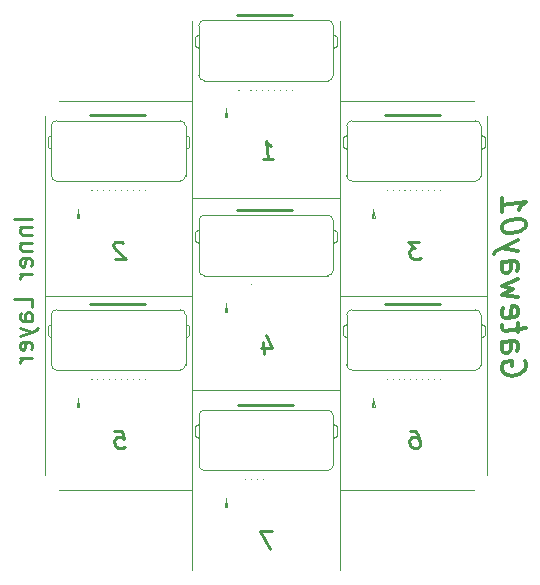
<source format=gbr>
G04 #@! TF.GenerationSoftware,KiCad,Pcbnew,(6.0.0-rc1-dev-305-gf0b8b2136)*
G04 #@! TF.CreationDate,2019-08-02T16:00:19-06:00*
G04 #@! TF.ProjectId,Gateway01,4761746577617930312E6B696361645F,rev?*
G04 #@! TF.SameCoordinates,Original*
G04 #@! TF.FileFunction,Legend,Bot*
G04 #@! TF.FilePolarity,Positive*
%FSLAX46Y46*%
G04 Gerber Fmt 4.6, Leading zero omitted, Abs format (unit mm)*
G04 Created by KiCad (PCBNEW (6.0.0-rc1-dev-305-gf0b8b2136)) date 08/02/19 16:00:19*
%MOMM*%
%LPD*%
G01*
G04 APERTURE LIST*
%ADD10C,0.120000*%
%ADD11C,0.225000*%
%ADD12C,0.300000*%
G04 APERTURE END LIST*
D10*
X90537000Y-115170000D02*
X90437000Y-114400000D01*
X90437000Y-114400000D02*
X90337000Y-115170000D01*
X90337000Y-115170000D02*
X90537000Y-115170000D01*
X90437000Y-114400000D02*
X90437000Y-115170000D01*
X91622000Y-79850000D02*
G75*
G03X91622000Y-79850000I-60000J0D01*
G01*
X94122000Y-96350000D02*
G75*
G03X94122000Y-96350000I-60000J0D01*
G01*
D11*
X78912000Y-98000000D02*
X83572000Y-98000000D01*
D10*
X93122000Y-79850000D02*
G75*
G03X93122000Y-79850000I-60000J0D01*
G01*
X92622000Y-96350000D02*
G75*
G03X92622000Y-96350000I-60000J0D01*
G01*
D11*
X78912000Y-82000000D02*
X83572000Y-82000000D01*
D10*
X94622000Y-79850000D02*
G75*
G03X94622000Y-79850000I-60000J0D01*
G01*
X108122000Y-88350000D02*
G75*
G03X108122000Y-88350000I-60000J0D01*
G01*
X104122000Y-88350000D02*
G75*
G03X104122000Y-88350000I-60000J0D01*
G01*
X95122000Y-79850000D02*
G75*
G03X95122000Y-79850000I-60000J0D01*
G01*
X92622000Y-79850000D02*
G75*
G03X92622000Y-79850000I-60000J0D01*
G01*
X81122000Y-88350000D02*
G75*
G03X81122000Y-88350000I-60000J0D01*
G01*
X108622000Y-88350000D02*
G75*
G03X108622000Y-88350000I-60000J0D01*
G01*
X107122000Y-88350000D02*
G75*
G03X107122000Y-88350000I-60000J0D01*
G01*
X82622000Y-88350000D02*
G75*
G03X82622000Y-88350000I-60000J0D01*
G01*
X95122000Y-96350000D02*
G75*
G03X95122000Y-96350000I-60000J0D01*
G01*
X92122000Y-79850000D02*
G75*
G03X92122000Y-79850000I-60000J0D01*
G01*
X83122000Y-88350000D02*
G75*
G03X83122000Y-88350000I-60000J0D01*
G01*
X105622000Y-88350000D02*
G75*
G03X105622000Y-88350000I-60000J0D01*
G01*
X93622000Y-96350000D02*
G75*
G03X93622000Y-96350000I-60000J0D01*
G01*
X94622000Y-96350000D02*
G75*
G03X94622000Y-96350000I-60000J0D01*
G01*
X104122000Y-104350000D02*
G75*
G03X104122000Y-104350000I-60000J0D01*
G01*
X93122000Y-96350000D02*
G75*
G03X93122000Y-96350000I-60000J0D01*
G01*
X80622000Y-88350000D02*
G75*
G03X80622000Y-88350000I-60000J0D01*
G01*
X79622000Y-88350000D02*
G75*
G03X79622000Y-88350000I-60000J0D01*
G01*
X79122000Y-104350000D02*
G75*
G03X79122000Y-104350000I-60000J0D01*
G01*
X83622000Y-88350000D02*
G75*
G03X83622000Y-88350000I-60000J0D01*
G01*
X96122000Y-79850000D02*
G75*
G03X96122000Y-79850000I-60000J0D01*
G01*
X95622000Y-79850000D02*
G75*
G03X95622000Y-79850000I-60000J0D01*
G01*
X105122000Y-88350000D02*
G75*
G03X105122000Y-88350000I-60000J0D01*
G01*
X79122000Y-88350000D02*
G75*
G03X79122000Y-88350000I-60000J0D01*
G01*
X94122000Y-79850000D02*
G75*
G03X94122000Y-79850000I-60000J0D01*
G01*
X106122000Y-88350000D02*
G75*
G03X106122000Y-88350000I-60000J0D01*
G01*
X104622000Y-88350000D02*
G75*
G03X104622000Y-88350000I-60000J0D01*
G01*
X92122000Y-96350000D02*
G75*
G03X92122000Y-96350000I-60000J0D01*
G01*
D11*
X91412000Y-90040000D02*
X96072000Y-90040000D01*
D10*
X96122000Y-96350000D02*
G75*
G03X96122000Y-96350000I-60000J0D01*
G01*
D11*
X91412000Y-73500000D02*
X96072000Y-73500000D01*
X103912000Y-82000000D02*
X108572000Y-82000000D01*
X103912000Y-98000000D02*
X108572000Y-98000000D01*
D10*
X93622000Y-79850000D02*
G75*
G03X93622000Y-79850000I-60000J0D01*
G01*
X91622000Y-96350000D02*
G75*
G03X91622000Y-96350000I-60000J0D01*
G01*
X107622000Y-88350000D02*
G75*
G03X107622000Y-88350000I-60000J0D01*
G01*
X106622000Y-88350000D02*
G75*
G03X106622000Y-88350000I-60000J0D01*
G01*
X81622000Y-88350000D02*
G75*
G03X81622000Y-88350000I-60000J0D01*
G01*
X80122000Y-88350000D02*
G75*
G03X80122000Y-88350000I-60000J0D01*
G01*
X82122000Y-88350000D02*
G75*
G03X82122000Y-88350000I-60000J0D01*
G01*
X95622000Y-96350000D02*
G75*
G03X95622000Y-96350000I-60000J0D01*
G01*
X91622000Y-112850000D02*
G75*
G03X91622000Y-112850000I-60000J0D01*
G01*
X93122000Y-112850000D02*
G75*
G03X93122000Y-112850000I-60000J0D01*
G01*
X92622000Y-112850000D02*
G75*
G03X92622000Y-112850000I-60000J0D01*
G01*
X92122000Y-112850000D02*
G75*
G03X92122000Y-112850000I-60000J0D01*
G01*
X94122000Y-112850000D02*
G75*
G03X94122000Y-112850000I-60000J0D01*
G01*
X93622000Y-112850000D02*
G75*
G03X93622000Y-112850000I-60000J0D01*
G01*
X108122000Y-104350000D02*
G75*
G03X108122000Y-104350000I-60000J0D01*
G01*
X107622000Y-104350000D02*
G75*
G03X107622000Y-104350000I-60000J0D01*
G01*
X108622000Y-104350000D02*
G75*
G03X108622000Y-104350000I-60000J0D01*
G01*
X78037000Y-106670000D02*
X77937000Y-105900000D01*
X90437000Y-97900000D02*
X90437000Y-98670000D01*
X90337000Y-98670000D02*
X90537000Y-98670000D01*
X78037000Y-90670000D02*
X77937000Y-89900000D01*
X77837000Y-90670000D02*
X78037000Y-90670000D01*
X103037000Y-90670000D02*
X102937000Y-89900000D01*
X77837000Y-106670000D02*
X78037000Y-106670000D01*
X77937000Y-105900000D02*
X77937000Y-106670000D01*
X102937000Y-89900000D02*
X102937000Y-90670000D01*
X90337000Y-82170000D02*
X90537000Y-82170000D01*
X77937000Y-105900000D02*
X77837000Y-106670000D01*
X102937000Y-105900000D02*
X102837000Y-106670000D01*
X77937000Y-89900000D02*
X77837000Y-90670000D01*
X77937000Y-89900000D02*
X77937000Y-90670000D01*
X102937000Y-89900000D02*
X102837000Y-90670000D01*
X90437000Y-81400000D02*
X90337000Y-82170000D01*
X90537000Y-98670000D02*
X90437000Y-97900000D01*
X103037000Y-106670000D02*
X102937000Y-105900000D01*
X90437000Y-81400000D02*
X90437000Y-82170000D01*
X90537000Y-82170000D02*
X90437000Y-81400000D01*
X90437000Y-97900000D02*
X90337000Y-98670000D01*
X102937000Y-105900000D02*
X102937000Y-106670000D01*
X102837000Y-106670000D02*
X103037000Y-106670000D01*
X102837000Y-90670000D02*
X103037000Y-90670000D01*
X83622000Y-104350000D02*
G75*
G03X83622000Y-104350000I-60000J0D01*
G01*
X106122000Y-104350000D02*
G75*
G03X106122000Y-104350000I-60000J0D01*
G01*
X83122000Y-104350000D02*
G75*
G03X83122000Y-104350000I-60000J0D01*
G01*
X82622000Y-104350000D02*
G75*
G03X82622000Y-104350000I-60000J0D01*
G01*
X107122000Y-104350000D02*
G75*
G03X107122000Y-104350000I-60000J0D01*
G01*
X105622000Y-104350000D02*
G75*
G03X105622000Y-104350000I-60000J0D01*
G01*
X106622000Y-104350000D02*
G75*
G03X106622000Y-104350000I-60000J0D01*
G01*
X105122000Y-104350000D02*
G75*
G03X105122000Y-104350000I-60000J0D01*
G01*
X104622000Y-104350000D02*
G75*
G03X104622000Y-104350000I-60000J0D01*
G01*
X82122000Y-104350000D02*
G75*
G03X82122000Y-104350000I-60000J0D01*
G01*
X95622000Y-112850000D02*
G75*
G03X95622000Y-112850000I-60000J0D01*
G01*
X96122000Y-112850000D02*
G75*
G03X96122000Y-112850000I-60000J0D01*
G01*
D11*
X91452000Y-106500000D02*
X96112000Y-106500000D01*
D10*
X95122000Y-112850000D02*
G75*
G03X95122000Y-112850000I-60000J0D01*
G01*
X94622000Y-112850000D02*
G75*
G03X94622000Y-112850000I-60000J0D01*
G01*
X81122000Y-104350000D02*
G75*
G03X81122000Y-104350000I-60000J0D01*
G01*
X80122000Y-104350000D02*
G75*
G03X80122000Y-104350000I-60000J0D01*
G01*
X79622000Y-104350000D02*
G75*
G03X79622000Y-104350000I-60000J0D01*
G01*
X81622000Y-104350000D02*
G75*
G03X81622000Y-104350000I-60000J0D01*
G01*
X80622000Y-104350000D02*
G75*
G03X80622000Y-104350000I-60000J0D01*
G01*
D12*
X115740000Y-102770446D02*
X115835238Y-102949017D01*
X115835238Y-103234732D01*
X115740000Y-103532351D01*
X115549523Y-103746636D01*
X115359047Y-103865684D01*
X114978095Y-104008541D01*
X114692380Y-104044255D01*
X114311428Y-103996636D01*
X114120952Y-103925208D01*
X113930476Y-103758541D01*
X113835238Y-103484732D01*
X113835238Y-103294255D01*
X113930476Y-102996636D01*
X114025714Y-102889494D01*
X114692380Y-102806160D01*
X114692380Y-103187113D01*
X113835238Y-101199017D02*
X114882857Y-101068065D01*
X115073333Y-101139494D01*
X115168571Y-101318065D01*
X115168571Y-101699017D01*
X115073333Y-101901398D01*
X113930476Y-101187113D02*
X113835238Y-101389494D01*
X113835238Y-101865684D01*
X113930476Y-102044255D01*
X114120952Y-102115684D01*
X114311428Y-102091875D01*
X114501904Y-101972827D01*
X114597142Y-101770446D01*
X114597142Y-101294255D01*
X114692380Y-101091875D01*
X115168571Y-100365684D02*
X115168571Y-99603779D01*
X115835238Y-99996636D02*
X114120952Y-100210922D01*
X113930476Y-100139494D01*
X113835238Y-99960922D01*
X113835238Y-99770446D01*
X113930476Y-98329970D02*
X113835238Y-98532351D01*
X113835238Y-98913303D01*
X113930476Y-99091875D01*
X114120952Y-99163303D01*
X114882857Y-99068065D01*
X115073333Y-98949017D01*
X115168571Y-98746636D01*
X115168571Y-98365684D01*
X115073333Y-98187113D01*
X114882857Y-98115684D01*
X114692380Y-98139494D01*
X114501904Y-99115684D01*
X115168571Y-97413303D02*
X113835238Y-97199017D01*
X114787619Y-96699017D01*
X113835238Y-96437113D01*
X115168571Y-95889494D01*
X113835238Y-94437113D02*
X114882857Y-94306160D01*
X115073333Y-94377589D01*
X115168571Y-94556160D01*
X115168571Y-94937113D01*
X115073333Y-95139494D01*
X113930476Y-94425208D02*
X113835238Y-94627589D01*
X113835238Y-95103779D01*
X113930476Y-95282351D01*
X114120952Y-95353779D01*
X114311428Y-95329970D01*
X114501904Y-95210922D01*
X114597142Y-95008541D01*
X114597142Y-94532351D01*
X114692380Y-94329970D01*
X115168571Y-93508541D02*
X113835238Y-93199017D01*
X115168571Y-92556160D02*
X113835238Y-93199017D01*
X113359047Y-93449017D01*
X113263809Y-93556160D01*
X113168571Y-93758541D01*
X115835238Y-91329970D02*
X115835238Y-91139494D01*
X115740000Y-90960922D01*
X115644761Y-90877589D01*
X115454285Y-90806160D01*
X115073333Y-90758541D01*
X114597142Y-90818065D01*
X114216190Y-90960922D01*
X114025714Y-91079970D01*
X113930476Y-91187113D01*
X113835238Y-91389494D01*
X113835238Y-91579970D01*
X113930476Y-91758541D01*
X114025714Y-91841875D01*
X114216190Y-91913303D01*
X114597142Y-91960922D01*
X115073333Y-91901398D01*
X115454285Y-91758541D01*
X115644761Y-91639494D01*
X115740000Y-91532351D01*
X115835238Y-91329970D01*
X113835238Y-89008541D02*
X113835238Y-90151398D01*
X113835238Y-89579970D02*
X115835238Y-89329970D01*
X115549523Y-89556160D01*
X115359047Y-89770446D01*
X115263809Y-89972827D01*
D11*
X74028571Y-90740000D02*
X72528571Y-90740000D01*
X73028571Y-91454285D02*
X74028571Y-91454285D01*
X73171428Y-91454285D02*
X73100000Y-91525714D01*
X73028571Y-91668571D01*
X73028571Y-91882857D01*
X73100000Y-92025714D01*
X73242857Y-92097142D01*
X74028571Y-92097142D01*
X73028571Y-92811428D02*
X74028571Y-92811428D01*
X73171428Y-92811428D02*
X73100000Y-92882857D01*
X73028571Y-93025714D01*
X73028571Y-93240000D01*
X73100000Y-93382857D01*
X73242857Y-93454285D01*
X74028571Y-93454285D01*
X73957142Y-94740000D02*
X74028571Y-94597142D01*
X74028571Y-94311428D01*
X73957142Y-94168571D01*
X73814285Y-94097142D01*
X73242857Y-94097142D01*
X73100000Y-94168571D01*
X73028571Y-94311428D01*
X73028571Y-94597142D01*
X73100000Y-94740000D01*
X73242857Y-94811428D01*
X73385714Y-94811428D01*
X73528571Y-94097142D01*
X74028571Y-95454285D02*
X73028571Y-95454285D01*
X73314285Y-95454285D02*
X73171428Y-95525714D01*
X73100000Y-95597142D01*
X73028571Y-95740000D01*
X73028571Y-95882857D01*
X74028571Y-98240000D02*
X74028571Y-97525714D01*
X72528571Y-97525714D01*
X74028571Y-99382857D02*
X73242857Y-99382857D01*
X73100000Y-99311428D01*
X73028571Y-99168571D01*
X73028571Y-98882857D01*
X73100000Y-98740000D01*
X73957142Y-99382857D02*
X74028571Y-99240000D01*
X74028571Y-98882857D01*
X73957142Y-98740000D01*
X73814285Y-98668571D01*
X73671428Y-98668571D01*
X73528571Y-98740000D01*
X73457142Y-98882857D01*
X73457142Y-99240000D01*
X73385714Y-99382857D01*
X73028571Y-99954285D02*
X74028571Y-100311428D01*
X73028571Y-100668571D02*
X74028571Y-100311428D01*
X74385714Y-100168571D01*
X74457142Y-100097142D01*
X74528571Y-99954285D01*
X73957142Y-101811428D02*
X74028571Y-101668571D01*
X74028571Y-101382857D01*
X73957142Y-101240000D01*
X73814285Y-101168571D01*
X73242857Y-101168571D01*
X73100000Y-101240000D01*
X73028571Y-101382857D01*
X73028571Y-101668571D01*
X73100000Y-101811428D01*
X73242857Y-101882857D01*
X73385714Y-101882857D01*
X73528571Y-101168571D01*
X74028571Y-102525714D02*
X73028571Y-102525714D01*
X73314285Y-102525714D02*
X73171428Y-102597142D01*
X73100000Y-102668571D01*
X73028571Y-102811428D01*
X73028571Y-102954285D01*
X94314477Y-117178571D02*
X93314477Y-117178571D01*
X94144834Y-118678571D01*
X106028763Y-108678571D02*
X106314477Y-108678571D01*
X106466263Y-108750000D01*
X106546620Y-108821428D01*
X106716263Y-109035714D01*
X106823406Y-109321428D01*
X106894834Y-109892857D01*
X106841263Y-110035714D01*
X106778763Y-110107142D01*
X106644834Y-110178571D01*
X106359120Y-110178571D01*
X106207334Y-110107142D01*
X106126977Y-110035714D01*
X106037691Y-109892857D01*
X105993049Y-109535714D01*
X106046620Y-109392857D01*
X106109120Y-109321428D01*
X106243049Y-109250000D01*
X106528763Y-109250000D01*
X106680549Y-109321428D01*
X106760906Y-109392857D01*
X106850191Y-109535714D01*
X80957334Y-108678571D02*
X81671620Y-108678571D01*
X81832334Y-109392857D01*
X81751977Y-109321428D01*
X81600191Y-109250000D01*
X81243049Y-109250000D01*
X81109120Y-109321428D01*
X81046620Y-109392857D01*
X80993049Y-109535714D01*
X81037691Y-109892857D01*
X81126977Y-110035714D01*
X81207334Y-110107142D01*
X81359120Y-110178571D01*
X81716263Y-110178571D01*
X81850191Y-110107142D01*
X81912691Y-110035714D01*
X93591263Y-101178571D02*
X93716263Y-102178571D01*
X93876977Y-100607142D02*
X94368049Y-101678571D01*
X93439477Y-101678571D01*
X81760906Y-92821428D02*
X81680549Y-92750000D01*
X81528763Y-92678571D01*
X81171620Y-92678571D01*
X81037691Y-92750000D01*
X80975191Y-92821428D01*
X80921620Y-92964285D01*
X80939477Y-93107142D01*
X81037691Y-93321428D01*
X82001977Y-94178571D01*
X81073406Y-94178571D01*
X106814477Y-92678571D02*
X105885906Y-92678571D01*
X106457334Y-93250000D01*
X106243049Y-93250000D01*
X106109120Y-93321428D01*
X106046620Y-93392857D01*
X105993049Y-93535714D01*
X106037691Y-93892857D01*
X106126977Y-94035714D01*
X106207334Y-94107142D01*
X106359120Y-94178571D01*
X106787691Y-94178571D01*
X106921620Y-94107142D01*
X106984120Y-94035714D01*
X93573406Y-85678571D02*
X94430549Y-85678571D01*
X94001977Y-85678571D02*
X93814477Y-84178571D01*
X93984120Y-84392857D01*
X94144834Y-84535714D01*
X94296620Y-84607142D01*
D10*
X76285000Y-113750000D02*
X87602000Y-113750000D01*
X100102000Y-113750000D02*
X111425000Y-113750000D01*
X100102000Y-105250000D02*
X87602000Y-105250000D01*
X100102000Y-97250000D02*
X112584000Y-97250000D01*
X75118000Y-97250000D02*
X87600000Y-97250000D01*
X87602000Y-89000000D02*
X100102000Y-89000000D01*
X75120000Y-82080000D02*
X75120000Y-112410000D01*
X87602000Y-80750000D02*
X76285000Y-80750000D01*
X112584000Y-112410000D02*
X112584000Y-82080000D01*
X100102000Y-120515000D02*
X100102000Y-74000000D01*
X87602000Y-120515000D02*
X87602000Y-74000000D01*
X111425000Y-80750000D02*
X100102000Y-80750000D01*
G04 #@! TO.C,U7*
X99532000Y-95110000D02*
G75*
G02X99082000Y-95560000I-450000J0D01*
G01*
X88622000Y-95560000D02*
G75*
G02X88172000Y-95110000I0J450000D01*
G01*
X99082000Y-90440000D02*
G75*
G02X99532000Y-90890000I0J-450000D01*
G01*
X88172000Y-90890000D02*
G75*
G02X88622000Y-90440000I450000J0D01*
G01*
X88622000Y-90440000D02*
X99082000Y-90440000D01*
X88622000Y-95560000D02*
X99082000Y-95560000D01*
X99532000Y-90890000D02*
X99532000Y-95110000D01*
X88172000Y-95110000D02*
X88172000Y-90890000D01*
X87852000Y-92630000D02*
X87852000Y-91830000D01*
X87852000Y-91830000D02*
X88172000Y-91630000D01*
X99852000Y-91830000D02*
X99532000Y-91630000D01*
X99852000Y-92630000D02*
X99852000Y-91830000D01*
X99852000Y-92630000D02*
X99532000Y-92830000D01*
X87852000Y-92630000D02*
X88172000Y-92830000D01*
G04 #@! TO.C,U1*
X99532000Y-78610000D02*
G75*
G02X99082000Y-79060000I-450000J0D01*
G01*
X88622000Y-79060000D02*
G75*
G02X88172000Y-78610000I0J450000D01*
G01*
X99082000Y-73940000D02*
G75*
G02X99532000Y-74390000I0J-450000D01*
G01*
X88172000Y-74390000D02*
G75*
G02X88622000Y-73940000I450000J0D01*
G01*
X88622000Y-73940000D02*
X99082000Y-73940000D01*
X88622000Y-79060000D02*
X99082000Y-79060000D01*
X99532000Y-74390000D02*
X99532000Y-78610000D01*
X88172000Y-78610000D02*
X88172000Y-74390000D01*
X87852000Y-76130000D02*
X87852000Y-75330000D01*
X87852000Y-75330000D02*
X88172000Y-75130000D01*
X99852000Y-75330000D02*
X99532000Y-75130000D01*
X99852000Y-76130000D02*
X99852000Y-75330000D01*
X99852000Y-76130000D02*
X99532000Y-76330000D01*
X87852000Y-76130000D02*
X88172000Y-76330000D01*
G04 #@! TO.C,U3*
X87032000Y-87110000D02*
G75*
G02X86582000Y-87560000I-450000J0D01*
G01*
X76122000Y-87560000D02*
G75*
G02X75672000Y-87110000I0J450000D01*
G01*
X86582000Y-82440000D02*
G75*
G02X87032000Y-82890000I0J-450000D01*
G01*
X75672000Y-82890000D02*
G75*
G02X76122000Y-82440000I450000J0D01*
G01*
X76122000Y-82440000D02*
X86582000Y-82440000D01*
X76122000Y-87560000D02*
X86582000Y-87560000D01*
X87032000Y-82890000D02*
X87032000Y-87110000D01*
X75672000Y-87110000D02*
X75672000Y-82890000D01*
X75352000Y-84630000D02*
X75352000Y-83830000D01*
X75352000Y-83830000D02*
X75672000Y-83630000D01*
X87352000Y-83830000D02*
X87032000Y-83630000D01*
X87352000Y-84630000D02*
X87352000Y-83830000D01*
X87352000Y-84630000D02*
X87032000Y-84830000D01*
X75352000Y-84630000D02*
X75672000Y-84830000D01*
G04 #@! TO.C,U5*
X112032000Y-87110000D02*
G75*
G02X111582000Y-87560000I-450000J0D01*
G01*
X101122000Y-87560000D02*
G75*
G02X100672000Y-87110000I0J450000D01*
G01*
X111582000Y-82440000D02*
G75*
G02X112032000Y-82890000I0J-450000D01*
G01*
X100672000Y-82890000D02*
G75*
G02X101122000Y-82440000I450000J0D01*
G01*
X101122000Y-82440000D02*
X111582000Y-82440000D01*
X101122000Y-87560000D02*
X111582000Y-87560000D01*
X112032000Y-82890000D02*
X112032000Y-87110000D01*
X100672000Y-87110000D02*
X100672000Y-82890000D01*
X100352000Y-84630000D02*
X100352000Y-83830000D01*
X100352000Y-83830000D02*
X100672000Y-83630000D01*
X112352000Y-83830000D02*
X112032000Y-83630000D01*
X112352000Y-84630000D02*
X112352000Y-83830000D01*
X112352000Y-84630000D02*
X112032000Y-84830000D01*
X100352000Y-84630000D02*
X100672000Y-84830000D01*
G04 #@! TO.C,U9*
X87032000Y-103110000D02*
G75*
G02X86582000Y-103560000I-450000J0D01*
G01*
X76122000Y-103560000D02*
G75*
G02X75672000Y-103110000I0J450000D01*
G01*
X86582000Y-98440000D02*
G75*
G02X87032000Y-98890000I0J-450000D01*
G01*
X75672000Y-98890000D02*
G75*
G02X76122000Y-98440000I450000J0D01*
G01*
X76122000Y-98440000D02*
X86582000Y-98440000D01*
X76122000Y-103560000D02*
X86582000Y-103560000D01*
X87032000Y-98890000D02*
X87032000Y-103110000D01*
X75672000Y-103110000D02*
X75672000Y-98890000D01*
X75352000Y-100630000D02*
X75352000Y-99830000D01*
X75352000Y-99830000D02*
X75672000Y-99630000D01*
X87352000Y-99830000D02*
X87032000Y-99630000D01*
X87352000Y-100630000D02*
X87352000Y-99830000D01*
X87352000Y-100630000D02*
X87032000Y-100830000D01*
X75352000Y-100630000D02*
X75672000Y-100830000D01*
G04 #@! TO.C,U13*
X99532000Y-111610000D02*
G75*
G02X99082000Y-112060000I-450000J0D01*
G01*
X88622000Y-112060000D02*
G75*
G02X88172000Y-111610000I0J450000D01*
G01*
X99082000Y-106940000D02*
G75*
G02X99532000Y-107390000I0J-450000D01*
G01*
X88172000Y-107390000D02*
G75*
G02X88622000Y-106940000I450000J0D01*
G01*
X88622000Y-106940000D02*
X99082000Y-106940000D01*
X88622000Y-112060000D02*
X99082000Y-112060000D01*
X99532000Y-107390000D02*
X99532000Y-111610000D01*
X88172000Y-111610000D02*
X88172000Y-107390000D01*
X87852000Y-109130000D02*
X87852000Y-108330000D01*
X87852000Y-108330000D02*
X88172000Y-108130000D01*
X99852000Y-108330000D02*
X99532000Y-108130000D01*
X99852000Y-109130000D02*
X99852000Y-108330000D01*
X99852000Y-109130000D02*
X99532000Y-109330000D01*
X87852000Y-109130000D02*
X88172000Y-109330000D01*
G04 #@! TO.C,U11*
X112032000Y-103110000D02*
G75*
G02X111582000Y-103560000I-450000J0D01*
G01*
X101122000Y-103560000D02*
G75*
G02X100672000Y-103110000I0J450000D01*
G01*
X111582000Y-98440000D02*
G75*
G02X112032000Y-98890000I0J-450000D01*
G01*
X100672000Y-98890000D02*
G75*
G02X101122000Y-98440000I450000J0D01*
G01*
X101122000Y-98440000D02*
X111582000Y-98440000D01*
X101122000Y-103560000D02*
X111582000Y-103560000D01*
X112032000Y-98890000D02*
X112032000Y-103110000D01*
X100672000Y-103110000D02*
X100672000Y-98890000D01*
X100352000Y-100630000D02*
X100352000Y-99830000D01*
X100352000Y-99830000D02*
X100672000Y-99630000D01*
X112352000Y-99830000D02*
X112032000Y-99630000D01*
X112352000Y-100630000D02*
X112352000Y-99830000D01*
X112352000Y-100630000D02*
X112032000Y-100830000D01*
X100352000Y-100630000D02*
X100672000Y-100830000D01*
G04 #@! TD*
M02*

</source>
